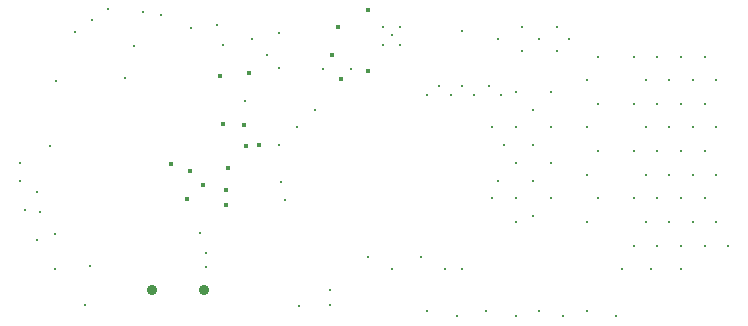
<source format=gbr>
%TF.GenerationSoftware,Altium Limited,Altium Designer,23.8.1 (32)*%
G04 Layer_Color=0*
%FSLAX45Y45*%
%MOMM*%
%TF.SameCoordinates,9B8521B9-100F-40E6-B2DB-B025D5793E82*%
%TF.FilePolarity,Positive*%
%TF.FileFunction,Plated,1,2,PTH,Drill*%
%TF.Part,Single*%
G01*
G75*
%TA.AperFunction,ComponentDrill*%
%ADD74C,0.90000*%
%TA.AperFunction,ViaDrill,NotFilled*%
%ADD75C,0.30000*%
%ADD76C,0.40000*%
D74*
X-1975000Y-1072500D02*
D03*
X-1535000D02*
D03*
D75*
X-2130000Y990000D02*
D03*
X-735000Y-1212500D02*
D03*
X2900000Y-700000D02*
D03*
X2700000D02*
D03*
X2500000D02*
D03*
X2300000D02*
D03*
X2100000D02*
D03*
X1700000Y-500000D02*
D03*
X1800000Y-300000D02*
D03*
X1700000Y-100000D02*
D03*
X1800000Y100000D02*
D03*
X2800000Y-500000D02*
D03*
X2600000D02*
D03*
X2400000D02*
D03*
X2200000D02*
D03*
X2100000Y-300000D02*
D03*
X2300000D02*
D03*
X2500000D02*
D03*
X2700000D02*
D03*
X2800000Y-100000D02*
D03*
X2600000D02*
D03*
X2400000D02*
D03*
X2200000D02*
D03*
X2100000Y100000D02*
D03*
X2300000D02*
D03*
X2500000D02*
D03*
X2700000D02*
D03*
X2800000Y300000D02*
D03*
X2600000D02*
D03*
X2400000D02*
D03*
X2200000D02*
D03*
X1700000D02*
D03*
X1800000Y500000D02*
D03*
X2100000D02*
D03*
X2300000D02*
D03*
X2500000D02*
D03*
X2700000D02*
D03*
X2800000Y700000D02*
D03*
X2600000D02*
D03*
X2400000D02*
D03*
X2200000D02*
D03*
X1700000D02*
D03*
X1800000Y900000D02*
D03*
X2100000D02*
D03*
X2300000D02*
D03*
X2500000D02*
D03*
X2700000D02*
D03*
X1550000Y1050000D02*
D03*
X1450000Y1150000D02*
D03*
X1150000D02*
D03*
X950000Y1050000D02*
D03*
X1150000Y950000D02*
D03*
X1300000Y1050000D02*
D03*
X1450000Y950000D02*
D03*
X-2501250Y-875000D02*
D03*
X-1570000Y-590000D02*
D03*
X-1520000Y-760000D02*
D03*
X900000Y-300000D02*
D03*
X950000Y-150000D02*
D03*
X1000000Y150000D02*
D03*
X900000Y300000D02*
D03*
X975000Y575000D02*
D03*
X875000Y650000D02*
D03*
X750000Y575000D02*
D03*
X650000Y650000D02*
D03*
X550000Y575000D02*
D03*
X450000Y650000D02*
D03*
X350000Y575000D02*
D03*
X-2055000Y1275000D02*
D03*
X-1650000Y1140000D02*
D03*
X-1380000Y1000000D02*
D03*
X-1130000Y1050000D02*
D03*
X-2630000Y1110000D02*
D03*
X-2490000Y1210000D02*
D03*
X-2350000Y1300000D02*
D03*
X-470000Y-1200000D02*
D03*
X-900000Y1100000D02*
D03*
Y800000D02*
D03*
X-150000Y-800000D02*
D03*
X50000Y-900000D02*
D03*
X300000Y-800000D02*
D03*
X500000Y-900000D02*
D03*
X-600000Y450000D02*
D03*
X-750000Y300000D02*
D03*
X-900000Y150000D02*
D03*
X-2550000Y-1200000D02*
D03*
X-2800000Y-900000D02*
D03*
Y-600000D02*
D03*
X-2950000Y-650000D02*
D03*
X-3050000Y-400000D02*
D03*
X-2950000Y-250000D02*
D03*
X-3100000Y-150000D02*
D03*
Y0D02*
D03*
X350000Y-1250000D02*
D03*
X600000Y-1300000D02*
D03*
X850000Y-1250000D02*
D03*
X1100000Y-1300000D02*
D03*
X1300000Y-1250000D02*
D03*
X1500000Y-1300000D02*
D03*
X1700000Y-1250000D02*
D03*
X1950000Y-1300000D02*
D03*
X1250000Y-450000D02*
D03*
X1400000Y-300000D02*
D03*
X1100000D02*
D03*
X1250000Y-150000D02*
D03*
X1400000Y0D02*
D03*
X1100000D02*
D03*
X1250000Y150000D02*
D03*
X1400000Y300000D02*
D03*
X1100000D02*
D03*
X1250000Y450000D02*
D03*
X1400000Y600000D02*
D03*
X1100000D02*
D03*
X2000000Y-900000D02*
D03*
X2250000D02*
D03*
X2500000D02*
D03*
X-1899950Y1249950D02*
D03*
X-295000Y795000D02*
D03*
X-527500Y797500D02*
D03*
X-1005000Y915000D02*
D03*
X-2207500Y715000D02*
D03*
X-1520000Y-877500D02*
D03*
X-2925000Y-412500D02*
D03*
X650000Y1117500D02*
D03*
X-890000Y-160000D02*
D03*
X-850000Y-310000D02*
D03*
X-1190000Y520000D02*
D03*
X-1430000Y1170000D02*
D03*
X-470000Y-1080000D02*
D03*
X1100000Y-500000D02*
D03*
X650000Y-900000D02*
D03*
X-2795000Y690000D02*
D03*
X-2845000Y145000D02*
D03*
X55000Y1080000D02*
D03*
X125000Y1150000D02*
D03*
X-25000D02*
D03*
X125000Y1000000D02*
D03*
X-25000D02*
D03*
D76*
X-376525Y706524D02*
D03*
X-150000Y775000D02*
D03*
X-455000Y910000D02*
D03*
X-152500Y1295500D02*
D03*
X-1660000Y-67500D02*
D03*
X-1820000Y-12000D02*
D03*
X-1679500Y-309572D02*
D03*
X-1550335Y-189835D02*
D03*
X-1355549Y-228000D02*
D03*
X-1350000Y-358000D02*
D03*
X-1335508Y-42773D02*
D03*
X-1400500Y738000D02*
D03*
X-1159500Y760000D02*
D03*
X-1180000Y143000D02*
D03*
X-1203224Y319000D02*
D03*
X-1074731Y155431D02*
D03*
X-1375000Y330000D02*
D03*
X-400000Y1150000D02*
D03*
%TF.MD5,51997ef52117921ca3e2a46346327f31*%
M02*

</source>
